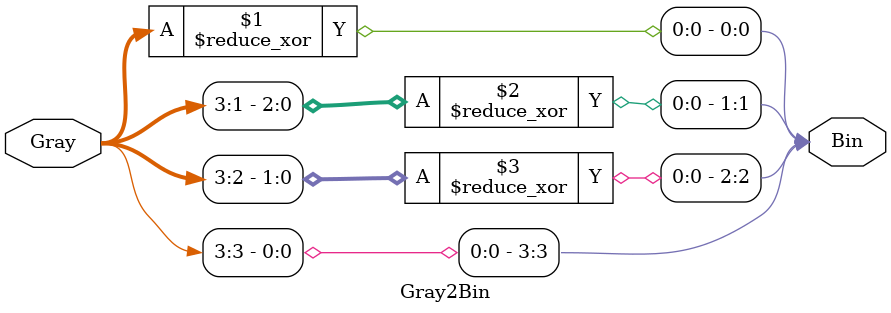
<source format=v>
 module Gray2Bin(Bin, Gray);
   parameter DATA_WID = 4;
   input      [DATA_WID - 1: 0] Gray;
   output     [DATA_WID - 1: 0] Bin;
   
   genvar i;
   generate
     for(i = 0; i < DATA_WID; i = i + 1)
      assign Bin[i] = ^Gray[DATA_WID - 1: i];
   endgenerate
   
 endmodule 
</source>
